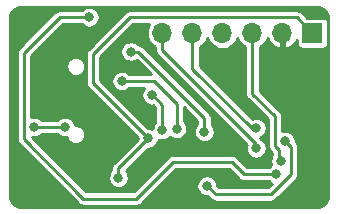
<source format=gbr>
G04 #@! TF.GenerationSoftware,KiCad,Pcbnew,(5.1.4-0-10_14)*
G04 #@! TF.CreationDate,2020-04-01T19:03:20+03:00*
G04 #@! TF.ProjectId,esp32-programmer,65737033-322d-4707-926f-6772616d6d65,rev?*
G04 #@! TF.SameCoordinates,Original*
G04 #@! TF.FileFunction,Copper,L2,Bot*
G04 #@! TF.FilePolarity,Positive*
%FSLAX46Y46*%
G04 Gerber Fmt 4.6, Leading zero omitted, Abs format (unit mm)*
G04 Created by KiCad (PCBNEW (5.1.4-0-10_14)) date 2020-04-01 19:03:20*
%MOMM*%
%LPD*%
G04 APERTURE LIST*
%ADD10R,1.700000X1.700000*%
%ADD11O,1.700000X1.700000*%
%ADD12C,0.800000*%
%ADD13C,0.250000*%
%ADD14C,0.254000*%
G04 APERTURE END LIST*
D10*
X79450000Y-95400000D03*
D11*
X76910000Y-95400000D03*
X74370000Y-95400000D03*
X71830000Y-95400000D03*
X69290000Y-95400000D03*
X66750000Y-95400000D03*
D12*
X69200000Y-103300000D03*
X76750000Y-106225000D03*
X65550000Y-104300000D03*
X63025000Y-107625000D03*
X58500000Y-103350000D03*
X55900000Y-103350000D03*
X74700000Y-103450000D03*
X74700000Y-105150000D03*
X64050000Y-96950000D03*
X70300000Y-103750000D03*
X76375000Y-107350000D03*
X60550000Y-94050000D03*
X70500000Y-108300000D03*
X77150000Y-104550000D03*
X66750000Y-103600000D03*
X65850000Y-100650000D03*
X63300000Y-99450000D03*
X67950000Y-103500000D03*
D13*
X76650000Y-106125000D02*
X76750000Y-106225000D01*
X76650000Y-105275000D02*
X76650000Y-106125000D01*
X76300000Y-104925000D02*
X76650000Y-105275000D01*
X76300000Y-102450000D02*
X76300000Y-104925000D01*
X74370000Y-100520000D02*
X76300000Y-102450000D01*
X74370000Y-95400000D02*
X74370000Y-100520000D01*
X78100000Y-94050000D02*
X79450000Y-95400000D01*
X64000000Y-94050000D02*
X78100000Y-94050000D01*
X65550000Y-104300000D02*
X60900000Y-99650000D01*
X60900000Y-97150000D02*
X64000000Y-94050000D01*
X60900000Y-99650000D02*
X60900000Y-97150000D01*
X63025000Y-106825000D02*
X63025000Y-107625000D01*
X65550000Y-104300000D02*
X63025000Y-106825000D01*
X57934315Y-103350000D02*
X55900000Y-103350000D01*
X58500000Y-103350000D02*
X57934315Y-103350000D01*
X69290000Y-98390000D02*
X69290000Y-95400000D01*
X74350000Y-103450000D02*
X69290000Y-98390000D01*
X74700000Y-103450000D02*
X74350000Y-103450000D01*
X74700000Y-105150000D02*
X74700000Y-104800000D01*
X66750000Y-96850000D02*
X66750000Y-95400000D01*
X74700000Y-104800000D02*
X66750000Y-96850000D01*
X70300000Y-102550000D02*
X64700000Y-96950000D01*
X70300000Y-103750000D02*
X70300000Y-102550000D01*
X64700000Y-96950000D02*
X64050000Y-96950000D01*
X73650000Y-107350000D02*
X76375000Y-107350000D01*
X72600000Y-106300000D02*
X73650000Y-107350000D01*
X67650000Y-106300000D02*
X72600000Y-106300000D01*
X64550000Y-109400000D02*
X67650000Y-106300000D01*
X55000000Y-104350000D02*
X60050000Y-109400000D01*
X60050000Y-109400000D02*
X64550000Y-109400000D01*
X55000000Y-97100000D02*
X55000000Y-104350000D01*
X58050000Y-94050000D02*
X55000000Y-97100000D01*
X60550000Y-94050000D02*
X58050000Y-94050000D01*
X77650000Y-107350000D02*
X77650000Y-105050000D01*
X75950000Y-109050000D02*
X77650000Y-107350000D01*
X71250000Y-109050000D02*
X75950000Y-109050000D01*
X77650000Y-105050000D02*
X77150000Y-104550000D01*
X70500000Y-108300000D02*
X71250000Y-109050000D01*
X65850000Y-100650000D02*
X65850000Y-100650000D01*
X65950000Y-100650000D02*
X65850000Y-100650000D01*
X66750000Y-101450000D02*
X65950000Y-100650000D01*
X66750000Y-103600000D02*
X66750000Y-101450000D01*
X66025000Y-99450000D02*
X63300000Y-99450000D01*
X67950000Y-101375000D02*
X66025000Y-99450000D01*
X67950000Y-103500000D02*
X67950000Y-101375000D01*
D14*
G36*
X79993380Y-93173368D02*
G01*
X80179387Y-93229527D01*
X80350953Y-93320751D01*
X80501527Y-93443556D01*
X80625385Y-93593275D01*
X80717800Y-93764192D01*
X80775258Y-93949809D01*
X80798001Y-94166197D01*
X80798000Y-109125451D01*
X80776632Y-109343378D01*
X80720473Y-109529388D01*
X80629249Y-109700953D01*
X80506443Y-109851529D01*
X80356726Y-109975385D01*
X80185810Y-110067799D01*
X80000191Y-110125258D01*
X79783813Y-110148000D01*
X54824549Y-110148000D01*
X54606622Y-110126632D01*
X54420612Y-110070473D01*
X54249047Y-109979249D01*
X54098471Y-109856443D01*
X53974615Y-109706726D01*
X53882201Y-109535810D01*
X53824742Y-109350191D01*
X53802000Y-109133813D01*
X53802000Y-97100000D01*
X54395089Y-97100000D01*
X54398000Y-97129556D01*
X54398001Y-104320434D01*
X54395089Y-104350000D01*
X54406712Y-104468012D01*
X54441134Y-104581489D01*
X54497035Y-104686071D01*
X54509061Y-104700724D01*
X54572264Y-104777737D01*
X54595229Y-104796584D01*
X59603420Y-109804777D01*
X59622263Y-109827737D01*
X59645223Y-109846580D01*
X59645227Y-109846584D01*
X59693531Y-109886226D01*
X59713929Y-109902966D01*
X59818510Y-109958866D01*
X59931988Y-109993289D01*
X60020434Y-110002000D01*
X60020443Y-110002000D01*
X60049999Y-110004911D01*
X60079556Y-110002000D01*
X64520444Y-110002000D01*
X64550000Y-110004911D01*
X64579556Y-110002000D01*
X64579566Y-110002000D01*
X64668012Y-109993289D01*
X64781490Y-109958866D01*
X64886071Y-109902966D01*
X64977737Y-109827737D01*
X64996589Y-109804766D01*
X67899356Y-106902000D01*
X72350645Y-106902000D01*
X73203420Y-107754777D01*
X73222263Y-107777737D01*
X73245223Y-107796580D01*
X73245227Y-107796584D01*
X73245777Y-107797035D01*
X73313929Y-107852966D01*
X73418510Y-107908866D01*
X73531988Y-107943289D01*
X73620434Y-107952000D01*
X73620443Y-107952000D01*
X73649999Y-107954911D01*
X73679556Y-107952000D01*
X75736735Y-107952000D01*
X75815945Y-108031210D01*
X75959585Y-108127187D01*
X76003335Y-108145309D01*
X75700645Y-108448000D01*
X71499357Y-108448000D01*
X71377000Y-108325644D01*
X71377000Y-108213623D01*
X71343297Y-108044189D01*
X71277187Y-107884585D01*
X71181210Y-107740945D01*
X71059055Y-107618790D01*
X70915415Y-107522813D01*
X70755811Y-107456703D01*
X70586377Y-107423000D01*
X70413623Y-107423000D01*
X70244189Y-107456703D01*
X70084585Y-107522813D01*
X69940945Y-107618790D01*
X69818790Y-107740945D01*
X69722813Y-107884585D01*
X69656703Y-108044189D01*
X69623000Y-108213623D01*
X69623000Y-108386377D01*
X69656703Y-108555811D01*
X69722813Y-108715415D01*
X69818790Y-108859055D01*
X69940945Y-108981210D01*
X70084585Y-109077187D01*
X70244189Y-109143297D01*
X70413623Y-109177000D01*
X70525644Y-109177000D01*
X70803420Y-109454777D01*
X70822263Y-109477737D01*
X70845223Y-109496580D01*
X70845227Y-109496584D01*
X70892296Y-109535212D01*
X70913929Y-109552966D01*
X71018510Y-109608866D01*
X71131988Y-109643289D01*
X71220434Y-109652000D01*
X71220443Y-109652000D01*
X71249999Y-109654911D01*
X71279556Y-109652000D01*
X75920444Y-109652000D01*
X75950000Y-109654911D01*
X75979556Y-109652000D01*
X75979566Y-109652000D01*
X76068012Y-109643289D01*
X76181490Y-109608866D01*
X76286071Y-109552966D01*
X76377737Y-109477737D01*
X76396589Y-109454766D01*
X78054778Y-107796579D01*
X78077737Y-107777737D01*
X78096580Y-107754777D01*
X78096584Y-107754773D01*
X78152965Y-107686072D01*
X78152967Y-107686070D01*
X78208866Y-107581490D01*
X78243289Y-107468012D01*
X78252000Y-107379566D01*
X78252000Y-107379557D01*
X78254911Y-107350001D01*
X78252000Y-107320444D01*
X78252000Y-105079556D01*
X78254911Y-105050000D01*
X78252000Y-105020443D01*
X78252000Y-105020434D01*
X78243289Y-104931988D01*
X78208866Y-104818510D01*
X78152966Y-104713929D01*
X78077737Y-104622263D01*
X78054771Y-104603415D01*
X78027000Y-104575644D01*
X78027000Y-104463623D01*
X77993297Y-104294189D01*
X77927187Y-104134585D01*
X77831210Y-103990945D01*
X77709055Y-103868790D01*
X77565415Y-103772813D01*
X77405811Y-103706703D01*
X77236377Y-103673000D01*
X77063623Y-103673000D01*
X76902000Y-103705149D01*
X76902000Y-102479556D01*
X76904911Y-102449999D01*
X76902000Y-102420443D01*
X76902000Y-102420434D01*
X76893289Y-102331988D01*
X76858866Y-102218510D01*
X76802966Y-102113929D01*
X76754531Y-102054911D01*
X76746584Y-102045227D01*
X76746580Y-102045223D01*
X76727737Y-102022263D01*
X76704778Y-102003421D01*
X74972000Y-100270645D01*
X74972000Y-96582893D01*
X75110808Y-96508698D01*
X75312870Y-96342870D01*
X75478698Y-96140808D01*
X75601919Y-95910278D01*
X75642042Y-95778011D01*
X75714687Y-95976341D01*
X75850093Y-96198461D01*
X76026231Y-96389896D01*
X76236332Y-96543290D01*
X76472321Y-96652748D01*
X76577928Y-96684779D01*
X76783000Y-96601054D01*
X76783000Y-95527000D01*
X76763000Y-95527000D01*
X76763000Y-95273000D01*
X76783000Y-95273000D01*
X76783000Y-95253000D01*
X77037000Y-95253000D01*
X77037000Y-95273000D01*
X77057000Y-95273000D01*
X77057000Y-95527000D01*
X77037000Y-95527000D01*
X77037000Y-96601054D01*
X77242072Y-96684779D01*
X77347679Y-96652748D01*
X77583668Y-96543290D01*
X77793769Y-96389896D01*
X77969907Y-96198461D01*
X78105313Y-95976341D01*
X78120693Y-95934352D01*
X78120693Y-96250000D01*
X78129903Y-96343508D01*
X78157178Y-96433423D01*
X78201471Y-96516289D01*
X78261079Y-96588921D01*
X78333711Y-96648529D01*
X78416577Y-96692822D01*
X78506492Y-96720097D01*
X78600000Y-96729307D01*
X80300000Y-96729307D01*
X80393508Y-96720097D01*
X80483423Y-96692822D01*
X80566289Y-96648529D01*
X80638921Y-96588921D01*
X80698529Y-96516289D01*
X80742822Y-96433423D01*
X80770097Y-96343508D01*
X80779307Y-96250000D01*
X80779307Y-94550000D01*
X80770097Y-94456492D01*
X80742822Y-94366577D01*
X80698529Y-94283711D01*
X80638921Y-94211079D01*
X80566289Y-94151471D01*
X80483423Y-94107178D01*
X80393508Y-94079903D01*
X80300000Y-94070693D01*
X78972049Y-94070693D01*
X78546589Y-93645234D01*
X78527737Y-93622263D01*
X78436071Y-93547034D01*
X78331490Y-93491134D01*
X78218012Y-93456711D01*
X78129566Y-93448000D01*
X78129556Y-93448000D01*
X78100000Y-93445089D01*
X78070444Y-93448000D01*
X64029556Y-93448000D01*
X63999999Y-93445089D01*
X63970443Y-93448000D01*
X63970434Y-93448000D01*
X63881988Y-93456711D01*
X63768510Y-93491134D01*
X63663929Y-93547034D01*
X63572263Y-93622263D01*
X63553416Y-93645228D01*
X60495229Y-96703416D01*
X60472264Y-96722263D01*
X60453417Y-96745228D01*
X60453416Y-96745229D01*
X60397035Y-96813929D01*
X60341134Y-96918511D01*
X60306712Y-97031988D01*
X60295089Y-97150000D01*
X60298001Y-97179566D01*
X60298000Y-99620443D01*
X60295089Y-99650000D01*
X60298000Y-99679556D01*
X60298000Y-99679565D01*
X60306711Y-99768011D01*
X60341134Y-99881489D01*
X60397034Y-99986070D01*
X60472263Y-100077737D01*
X60495234Y-100096589D01*
X64673000Y-104274357D01*
X64673000Y-104325643D01*
X62620234Y-106378411D01*
X62597263Y-106397263D01*
X62522034Y-106488930D01*
X62466134Y-106593511D01*
X62431711Y-106706989D01*
X62423000Y-106795435D01*
X62423000Y-106795444D01*
X62420089Y-106825000D01*
X62423000Y-106854556D01*
X62423000Y-106986735D01*
X62343790Y-107065945D01*
X62247813Y-107209585D01*
X62181703Y-107369189D01*
X62148000Y-107538623D01*
X62148000Y-107711377D01*
X62181703Y-107880811D01*
X62247813Y-108040415D01*
X62343790Y-108184055D01*
X62465945Y-108306210D01*
X62609585Y-108402187D01*
X62769189Y-108468297D01*
X62938623Y-108502000D01*
X63111377Y-108502000D01*
X63280811Y-108468297D01*
X63440415Y-108402187D01*
X63584055Y-108306210D01*
X63706210Y-108184055D01*
X63802187Y-108040415D01*
X63868297Y-107880811D01*
X63902000Y-107711377D01*
X63902000Y-107538623D01*
X63868297Y-107369189D01*
X63802187Y-107209585D01*
X63706210Y-107065945D01*
X63670810Y-107030545D01*
X65524357Y-105177000D01*
X65636377Y-105177000D01*
X65805811Y-105143297D01*
X65965415Y-105077187D01*
X66109055Y-104981210D01*
X66231210Y-104859055D01*
X66327187Y-104715415D01*
X66393297Y-104555811D01*
X66421654Y-104413252D01*
X66494189Y-104443297D01*
X66663623Y-104477000D01*
X66836377Y-104477000D01*
X67005811Y-104443297D01*
X67165415Y-104377187D01*
X67309055Y-104281210D01*
X67401801Y-104188464D01*
X67534585Y-104277187D01*
X67694189Y-104343297D01*
X67863623Y-104377000D01*
X68036377Y-104377000D01*
X68205811Y-104343297D01*
X68365415Y-104277187D01*
X68509055Y-104181210D01*
X68631210Y-104059055D01*
X68727187Y-103915415D01*
X68793297Y-103755811D01*
X68827000Y-103586377D01*
X68827000Y-103413623D01*
X68793297Y-103244189D01*
X68727187Y-103084585D01*
X68631210Y-102940945D01*
X68552000Y-102861735D01*
X68552000Y-101653356D01*
X69698001Y-102799357D01*
X69698001Y-103111734D01*
X69618790Y-103190945D01*
X69522813Y-103334585D01*
X69456703Y-103494189D01*
X69423000Y-103663623D01*
X69423000Y-103836377D01*
X69456703Y-104005811D01*
X69522813Y-104165415D01*
X69618790Y-104309055D01*
X69740945Y-104431210D01*
X69884585Y-104527187D01*
X70044189Y-104593297D01*
X70213623Y-104627000D01*
X70386377Y-104627000D01*
X70555811Y-104593297D01*
X70715415Y-104527187D01*
X70859055Y-104431210D01*
X70981210Y-104309055D01*
X71077187Y-104165415D01*
X71143297Y-104005811D01*
X71177000Y-103836377D01*
X71177000Y-103663623D01*
X71143297Y-103494189D01*
X71077187Y-103334585D01*
X70981210Y-103190945D01*
X70902000Y-103111735D01*
X70902000Y-102579556D01*
X70904911Y-102550000D01*
X70902000Y-102520443D01*
X70902000Y-102520434D01*
X70893289Y-102431988D01*
X70858866Y-102318510D01*
X70802966Y-102213929D01*
X70727737Y-102122263D01*
X70704772Y-102103416D01*
X65146589Y-96545234D01*
X65127737Y-96522263D01*
X65036071Y-96447034D01*
X64931490Y-96391134D01*
X64818012Y-96356711D01*
X64729566Y-96348000D01*
X64729556Y-96348000D01*
X64700000Y-96345089D01*
X64686667Y-96346402D01*
X64609055Y-96268790D01*
X64465415Y-96172813D01*
X64305811Y-96106703D01*
X64136377Y-96073000D01*
X63963623Y-96073000D01*
X63794189Y-96106703D01*
X63634585Y-96172813D01*
X63490945Y-96268790D01*
X63368790Y-96390945D01*
X63272813Y-96534585D01*
X63206703Y-96694189D01*
X63173000Y-96863623D01*
X63173000Y-97036377D01*
X63206703Y-97205811D01*
X63272813Y-97365415D01*
X63368790Y-97509055D01*
X63490945Y-97631210D01*
X63634585Y-97727187D01*
X63794189Y-97793297D01*
X63963623Y-97827000D01*
X64136377Y-97827000D01*
X64305811Y-97793297D01*
X64465415Y-97727187D01*
X64561578Y-97662933D01*
X65746645Y-98848000D01*
X63938265Y-98848000D01*
X63859055Y-98768790D01*
X63715415Y-98672813D01*
X63555811Y-98606703D01*
X63386377Y-98573000D01*
X63213623Y-98573000D01*
X63044189Y-98606703D01*
X62884585Y-98672813D01*
X62740945Y-98768790D01*
X62618790Y-98890945D01*
X62522813Y-99034585D01*
X62456703Y-99194189D01*
X62423000Y-99363623D01*
X62423000Y-99536377D01*
X62456703Y-99705811D01*
X62522813Y-99865415D01*
X62618790Y-100009055D01*
X62740945Y-100131210D01*
X62884585Y-100227187D01*
X63044189Y-100293297D01*
X63213623Y-100327000D01*
X63386377Y-100327000D01*
X63555811Y-100293297D01*
X63715415Y-100227187D01*
X63859055Y-100131210D01*
X63938265Y-100052000D01*
X65207735Y-100052000D01*
X65168790Y-100090945D01*
X65072813Y-100234585D01*
X65006703Y-100394189D01*
X64973000Y-100563623D01*
X64973000Y-100736377D01*
X65006703Y-100905811D01*
X65072813Y-101065415D01*
X65168790Y-101209055D01*
X65290945Y-101331210D01*
X65434585Y-101427187D01*
X65594189Y-101493297D01*
X65763623Y-101527000D01*
X65936377Y-101527000D01*
X65969129Y-101520485D01*
X66148001Y-101699357D01*
X66148000Y-102961735D01*
X66068790Y-103040945D01*
X65972813Y-103184585D01*
X65906703Y-103344189D01*
X65878346Y-103486748D01*
X65805811Y-103456703D01*
X65636377Y-103423000D01*
X65524357Y-103423000D01*
X61502000Y-99400645D01*
X61502000Y-97399355D01*
X64249356Y-94652000D01*
X65647204Y-94652000D01*
X65641302Y-94659192D01*
X65518081Y-94889722D01*
X65442201Y-95139863D01*
X65416580Y-95400000D01*
X65442201Y-95660137D01*
X65518081Y-95910278D01*
X65641302Y-96140808D01*
X65807130Y-96342870D01*
X66009192Y-96508698D01*
X66148000Y-96582893D01*
X66148000Y-96820443D01*
X66145089Y-96850000D01*
X66148000Y-96879556D01*
X66148000Y-96879565D01*
X66156711Y-96968011D01*
X66191134Y-97081489D01*
X66247034Y-97186070D01*
X66322263Y-97277737D01*
X66345234Y-97296589D01*
X73881930Y-104833286D01*
X73856703Y-104894189D01*
X73823000Y-105063623D01*
X73823000Y-105236377D01*
X73856703Y-105405811D01*
X73922813Y-105565415D01*
X74018790Y-105709055D01*
X74140945Y-105831210D01*
X74284585Y-105927187D01*
X74444189Y-105993297D01*
X74613623Y-106027000D01*
X74786377Y-106027000D01*
X74955811Y-105993297D01*
X75115415Y-105927187D01*
X75259055Y-105831210D01*
X75381210Y-105709055D01*
X75477187Y-105565415D01*
X75543297Y-105405811D01*
X75577000Y-105236377D01*
X75577000Y-105063623D01*
X75543297Y-104894189D01*
X75477187Y-104734585D01*
X75381210Y-104590945D01*
X75259055Y-104468790D01*
X75143697Y-104391711D01*
X75127737Y-104372263D01*
X75104772Y-104353416D01*
X75018632Y-104267276D01*
X75115415Y-104227187D01*
X75259055Y-104131210D01*
X75381210Y-104009055D01*
X75477187Y-103865415D01*
X75543297Y-103705811D01*
X75577000Y-103536377D01*
X75577000Y-103363623D01*
X75543297Y-103194189D01*
X75477187Y-103034585D01*
X75381210Y-102890945D01*
X75259055Y-102768790D01*
X75115415Y-102672813D01*
X74955811Y-102606703D01*
X74786377Y-102573000D01*
X74613623Y-102573000D01*
X74444189Y-102606703D01*
X74383286Y-102631930D01*
X69892000Y-98140645D01*
X69892000Y-96582893D01*
X70030808Y-96508698D01*
X70232870Y-96342870D01*
X70398698Y-96140808D01*
X70521919Y-95910278D01*
X70560000Y-95784743D01*
X70598081Y-95910278D01*
X70721302Y-96140808D01*
X70887130Y-96342870D01*
X71089192Y-96508698D01*
X71319722Y-96631919D01*
X71569863Y-96707799D01*
X71764816Y-96727000D01*
X71895184Y-96727000D01*
X72090137Y-96707799D01*
X72340278Y-96631919D01*
X72570808Y-96508698D01*
X72772870Y-96342870D01*
X72938698Y-96140808D01*
X73061919Y-95910278D01*
X73100000Y-95784743D01*
X73138081Y-95910278D01*
X73261302Y-96140808D01*
X73427130Y-96342870D01*
X73629192Y-96508698D01*
X73768000Y-96582893D01*
X73768001Y-100490434D01*
X73765089Y-100520000D01*
X73776712Y-100638012D01*
X73811134Y-100751489D01*
X73845688Y-100816134D01*
X73867035Y-100856071D01*
X73942264Y-100947737D01*
X73965229Y-100966584D01*
X75698000Y-102699357D01*
X75698001Y-104895434D01*
X75695089Y-104925000D01*
X75706712Y-105043012D01*
X75741134Y-105156489D01*
X75781074Y-105231210D01*
X75797035Y-105261071D01*
X75872264Y-105352737D01*
X75895229Y-105371584D01*
X76048000Y-105524355D01*
X76048000Y-105697059D01*
X75972813Y-105809585D01*
X75906703Y-105969189D01*
X75873000Y-106138623D01*
X75873000Y-106311377D01*
X75906703Y-106480811D01*
X75948014Y-106580545D01*
X75815945Y-106668790D01*
X75736735Y-106748000D01*
X73899357Y-106748000D01*
X73046589Y-105895233D01*
X73027737Y-105872263D01*
X72936071Y-105797034D01*
X72831490Y-105741134D01*
X72718012Y-105706711D01*
X72629566Y-105698000D01*
X72629556Y-105698000D01*
X72600000Y-105695089D01*
X72570444Y-105698000D01*
X67679556Y-105698000D01*
X67649999Y-105695089D01*
X67620443Y-105698000D01*
X67620434Y-105698000D01*
X67531988Y-105706711D01*
X67418510Y-105741134D01*
X67313929Y-105797034D01*
X67222263Y-105872263D01*
X67203416Y-105895228D01*
X64300645Y-108798000D01*
X60299357Y-108798000D01*
X55707182Y-104205827D01*
X55813623Y-104227000D01*
X55986377Y-104227000D01*
X56155811Y-104193297D01*
X56315415Y-104127187D01*
X56459055Y-104031210D01*
X56538265Y-103952000D01*
X57861735Y-103952000D01*
X57940945Y-104031210D01*
X58084585Y-104127187D01*
X58244189Y-104193297D01*
X58413623Y-104227000D01*
X58586377Y-104227000D01*
X58641258Y-104216083D01*
X58642820Y-104223935D01*
X58703276Y-104369890D01*
X58791046Y-104501245D01*
X58902755Y-104612954D01*
X59034110Y-104700724D01*
X59180065Y-104761180D01*
X59335010Y-104792000D01*
X59492990Y-104792000D01*
X59647935Y-104761180D01*
X59793890Y-104700724D01*
X59925245Y-104612954D01*
X60036954Y-104501245D01*
X60124724Y-104369890D01*
X60185180Y-104223935D01*
X60216000Y-104068990D01*
X60216000Y-103911010D01*
X60185180Y-103756065D01*
X60124724Y-103610110D01*
X60036954Y-103478755D01*
X59925245Y-103367046D01*
X59793890Y-103279276D01*
X59647935Y-103218820D01*
X59492990Y-103188000D01*
X59361957Y-103188000D01*
X59343297Y-103094189D01*
X59277187Y-102934585D01*
X59181210Y-102790945D01*
X59059055Y-102668790D01*
X58915415Y-102572813D01*
X58755811Y-102506703D01*
X58586377Y-102473000D01*
X58413623Y-102473000D01*
X58244189Y-102506703D01*
X58084585Y-102572813D01*
X57940945Y-102668790D01*
X57861735Y-102748000D01*
X56538265Y-102748000D01*
X56459055Y-102668790D01*
X56315415Y-102572813D01*
X56155811Y-102506703D01*
X55986377Y-102473000D01*
X55813623Y-102473000D01*
X55644189Y-102506703D01*
X55602000Y-102524178D01*
X55602000Y-98131010D01*
X58612000Y-98131010D01*
X58612000Y-98288990D01*
X58642820Y-98443935D01*
X58703276Y-98589890D01*
X58791046Y-98721245D01*
X58902755Y-98832954D01*
X59034110Y-98920724D01*
X59180065Y-98981180D01*
X59335010Y-99012000D01*
X59492990Y-99012000D01*
X59647935Y-98981180D01*
X59793890Y-98920724D01*
X59925245Y-98832954D01*
X60036954Y-98721245D01*
X60124724Y-98589890D01*
X60185180Y-98443935D01*
X60216000Y-98288990D01*
X60216000Y-98131010D01*
X60185180Y-97976065D01*
X60124724Y-97830110D01*
X60036954Y-97698755D01*
X59925245Y-97587046D01*
X59793890Y-97499276D01*
X59647935Y-97438820D01*
X59492990Y-97408000D01*
X59335010Y-97408000D01*
X59180065Y-97438820D01*
X59034110Y-97499276D01*
X58902755Y-97587046D01*
X58791046Y-97698755D01*
X58703276Y-97830110D01*
X58642820Y-97976065D01*
X58612000Y-98131010D01*
X55602000Y-98131010D01*
X55602000Y-97349355D01*
X58299357Y-94652000D01*
X59911735Y-94652000D01*
X59990945Y-94731210D01*
X60134585Y-94827187D01*
X60294189Y-94893297D01*
X60463623Y-94927000D01*
X60636377Y-94927000D01*
X60805811Y-94893297D01*
X60965415Y-94827187D01*
X61109055Y-94731210D01*
X61231210Y-94609055D01*
X61327187Y-94465415D01*
X61393297Y-94305811D01*
X61427000Y-94136377D01*
X61427000Y-93963623D01*
X61393297Y-93794189D01*
X61327187Y-93634585D01*
X61231210Y-93490945D01*
X61109055Y-93368790D01*
X60965415Y-93272813D01*
X60805811Y-93206703D01*
X60636377Y-93173000D01*
X60463623Y-93173000D01*
X60294189Y-93206703D01*
X60134585Y-93272813D01*
X59990945Y-93368790D01*
X59911735Y-93448000D01*
X58079556Y-93448000D01*
X58049999Y-93445089D01*
X58020443Y-93448000D01*
X58020434Y-93448000D01*
X57931988Y-93456711D01*
X57818510Y-93491134D01*
X57713929Y-93547034D01*
X57703507Y-93555587D01*
X57645227Y-93603416D01*
X57645223Y-93603420D01*
X57622263Y-93622263D01*
X57603420Y-93645223D01*
X54595234Y-96653411D01*
X54572263Y-96672263D01*
X54497034Y-96763930D01*
X54441134Y-96868511D01*
X54406711Y-96981989D01*
X54398000Y-97070435D01*
X54398000Y-97070444D01*
X54395089Y-97100000D01*
X53802000Y-97100000D01*
X53802000Y-94174549D01*
X53823368Y-93956620D01*
X53879527Y-93770613D01*
X53970751Y-93599047D01*
X54093556Y-93448473D01*
X54243275Y-93324615D01*
X54414192Y-93232200D01*
X54599809Y-93174742D01*
X54816188Y-93152000D01*
X79775451Y-93152000D01*
X79993380Y-93173368D01*
X79993380Y-93173368D01*
G37*
X79993380Y-93173368D02*
X80179387Y-93229527D01*
X80350953Y-93320751D01*
X80501527Y-93443556D01*
X80625385Y-93593275D01*
X80717800Y-93764192D01*
X80775258Y-93949809D01*
X80798001Y-94166197D01*
X80798000Y-109125451D01*
X80776632Y-109343378D01*
X80720473Y-109529388D01*
X80629249Y-109700953D01*
X80506443Y-109851529D01*
X80356726Y-109975385D01*
X80185810Y-110067799D01*
X80000191Y-110125258D01*
X79783813Y-110148000D01*
X54824549Y-110148000D01*
X54606622Y-110126632D01*
X54420612Y-110070473D01*
X54249047Y-109979249D01*
X54098471Y-109856443D01*
X53974615Y-109706726D01*
X53882201Y-109535810D01*
X53824742Y-109350191D01*
X53802000Y-109133813D01*
X53802000Y-97100000D01*
X54395089Y-97100000D01*
X54398000Y-97129556D01*
X54398001Y-104320434D01*
X54395089Y-104350000D01*
X54406712Y-104468012D01*
X54441134Y-104581489D01*
X54497035Y-104686071D01*
X54509061Y-104700724D01*
X54572264Y-104777737D01*
X54595229Y-104796584D01*
X59603420Y-109804777D01*
X59622263Y-109827737D01*
X59645223Y-109846580D01*
X59645227Y-109846584D01*
X59693531Y-109886226D01*
X59713929Y-109902966D01*
X59818510Y-109958866D01*
X59931988Y-109993289D01*
X60020434Y-110002000D01*
X60020443Y-110002000D01*
X60049999Y-110004911D01*
X60079556Y-110002000D01*
X64520444Y-110002000D01*
X64550000Y-110004911D01*
X64579556Y-110002000D01*
X64579566Y-110002000D01*
X64668012Y-109993289D01*
X64781490Y-109958866D01*
X64886071Y-109902966D01*
X64977737Y-109827737D01*
X64996589Y-109804766D01*
X67899356Y-106902000D01*
X72350645Y-106902000D01*
X73203420Y-107754777D01*
X73222263Y-107777737D01*
X73245223Y-107796580D01*
X73245227Y-107796584D01*
X73245777Y-107797035D01*
X73313929Y-107852966D01*
X73418510Y-107908866D01*
X73531988Y-107943289D01*
X73620434Y-107952000D01*
X73620443Y-107952000D01*
X73649999Y-107954911D01*
X73679556Y-107952000D01*
X75736735Y-107952000D01*
X75815945Y-108031210D01*
X75959585Y-108127187D01*
X76003335Y-108145309D01*
X75700645Y-108448000D01*
X71499357Y-108448000D01*
X71377000Y-108325644D01*
X71377000Y-108213623D01*
X71343297Y-108044189D01*
X71277187Y-107884585D01*
X71181210Y-107740945D01*
X71059055Y-107618790D01*
X70915415Y-107522813D01*
X70755811Y-107456703D01*
X70586377Y-107423000D01*
X70413623Y-107423000D01*
X70244189Y-107456703D01*
X70084585Y-107522813D01*
X69940945Y-107618790D01*
X69818790Y-107740945D01*
X69722813Y-107884585D01*
X69656703Y-108044189D01*
X69623000Y-108213623D01*
X69623000Y-108386377D01*
X69656703Y-108555811D01*
X69722813Y-108715415D01*
X69818790Y-108859055D01*
X69940945Y-108981210D01*
X70084585Y-109077187D01*
X70244189Y-109143297D01*
X70413623Y-109177000D01*
X70525644Y-109177000D01*
X70803420Y-109454777D01*
X70822263Y-109477737D01*
X70845223Y-109496580D01*
X70845227Y-109496584D01*
X70892296Y-109535212D01*
X70913929Y-109552966D01*
X71018510Y-109608866D01*
X71131988Y-109643289D01*
X71220434Y-109652000D01*
X71220443Y-109652000D01*
X71249999Y-109654911D01*
X71279556Y-109652000D01*
X75920444Y-109652000D01*
X75950000Y-109654911D01*
X75979556Y-109652000D01*
X75979566Y-109652000D01*
X76068012Y-109643289D01*
X76181490Y-109608866D01*
X76286071Y-109552966D01*
X76377737Y-109477737D01*
X76396589Y-109454766D01*
X78054778Y-107796579D01*
X78077737Y-107777737D01*
X78096580Y-107754777D01*
X78096584Y-107754773D01*
X78152965Y-107686072D01*
X78152967Y-107686070D01*
X78208866Y-107581490D01*
X78243289Y-107468012D01*
X78252000Y-107379566D01*
X78252000Y-107379557D01*
X78254911Y-107350001D01*
X78252000Y-107320444D01*
X78252000Y-105079556D01*
X78254911Y-105050000D01*
X78252000Y-105020443D01*
X78252000Y-105020434D01*
X78243289Y-104931988D01*
X78208866Y-104818510D01*
X78152966Y-104713929D01*
X78077737Y-104622263D01*
X78054771Y-104603415D01*
X78027000Y-104575644D01*
X78027000Y-104463623D01*
X77993297Y-104294189D01*
X77927187Y-104134585D01*
X77831210Y-103990945D01*
X77709055Y-103868790D01*
X77565415Y-103772813D01*
X77405811Y-103706703D01*
X77236377Y-103673000D01*
X77063623Y-103673000D01*
X76902000Y-103705149D01*
X76902000Y-102479556D01*
X76904911Y-102449999D01*
X76902000Y-102420443D01*
X76902000Y-102420434D01*
X76893289Y-102331988D01*
X76858866Y-102218510D01*
X76802966Y-102113929D01*
X76754531Y-102054911D01*
X76746584Y-102045227D01*
X76746580Y-102045223D01*
X76727737Y-102022263D01*
X76704778Y-102003421D01*
X74972000Y-100270645D01*
X74972000Y-96582893D01*
X75110808Y-96508698D01*
X75312870Y-96342870D01*
X75478698Y-96140808D01*
X75601919Y-95910278D01*
X75642042Y-95778011D01*
X75714687Y-95976341D01*
X75850093Y-96198461D01*
X76026231Y-96389896D01*
X76236332Y-96543290D01*
X76472321Y-96652748D01*
X76577928Y-96684779D01*
X76783000Y-96601054D01*
X76783000Y-95527000D01*
X76763000Y-95527000D01*
X76763000Y-95273000D01*
X76783000Y-95273000D01*
X76783000Y-95253000D01*
X77037000Y-95253000D01*
X77037000Y-95273000D01*
X77057000Y-95273000D01*
X77057000Y-95527000D01*
X77037000Y-95527000D01*
X77037000Y-96601054D01*
X77242072Y-96684779D01*
X77347679Y-96652748D01*
X77583668Y-96543290D01*
X77793769Y-96389896D01*
X77969907Y-96198461D01*
X78105313Y-95976341D01*
X78120693Y-95934352D01*
X78120693Y-96250000D01*
X78129903Y-96343508D01*
X78157178Y-96433423D01*
X78201471Y-96516289D01*
X78261079Y-96588921D01*
X78333711Y-96648529D01*
X78416577Y-96692822D01*
X78506492Y-96720097D01*
X78600000Y-96729307D01*
X80300000Y-96729307D01*
X80393508Y-96720097D01*
X80483423Y-96692822D01*
X80566289Y-96648529D01*
X80638921Y-96588921D01*
X80698529Y-96516289D01*
X80742822Y-96433423D01*
X80770097Y-96343508D01*
X80779307Y-96250000D01*
X80779307Y-94550000D01*
X80770097Y-94456492D01*
X80742822Y-94366577D01*
X80698529Y-94283711D01*
X80638921Y-94211079D01*
X80566289Y-94151471D01*
X80483423Y-94107178D01*
X80393508Y-94079903D01*
X80300000Y-94070693D01*
X78972049Y-94070693D01*
X78546589Y-93645234D01*
X78527737Y-93622263D01*
X78436071Y-93547034D01*
X78331490Y-93491134D01*
X78218012Y-93456711D01*
X78129566Y-93448000D01*
X78129556Y-93448000D01*
X78100000Y-93445089D01*
X78070444Y-93448000D01*
X64029556Y-93448000D01*
X63999999Y-93445089D01*
X63970443Y-93448000D01*
X63970434Y-93448000D01*
X63881988Y-93456711D01*
X63768510Y-93491134D01*
X63663929Y-93547034D01*
X63572263Y-93622263D01*
X63553416Y-93645228D01*
X60495229Y-96703416D01*
X60472264Y-96722263D01*
X60453417Y-96745228D01*
X60453416Y-96745229D01*
X60397035Y-96813929D01*
X60341134Y-96918511D01*
X60306712Y-97031988D01*
X60295089Y-97150000D01*
X60298001Y-97179566D01*
X60298000Y-99620443D01*
X60295089Y-99650000D01*
X60298000Y-99679556D01*
X60298000Y-99679565D01*
X60306711Y-99768011D01*
X60341134Y-99881489D01*
X60397034Y-99986070D01*
X60472263Y-100077737D01*
X60495234Y-100096589D01*
X64673000Y-104274357D01*
X64673000Y-104325643D01*
X62620234Y-106378411D01*
X62597263Y-106397263D01*
X62522034Y-106488930D01*
X62466134Y-106593511D01*
X62431711Y-106706989D01*
X62423000Y-106795435D01*
X62423000Y-106795444D01*
X62420089Y-106825000D01*
X62423000Y-106854556D01*
X62423000Y-106986735D01*
X62343790Y-107065945D01*
X62247813Y-107209585D01*
X62181703Y-107369189D01*
X62148000Y-107538623D01*
X62148000Y-107711377D01*
X62181703Y-107880811D01*
X62247813Y-108040415D01*
X62343790Y-108184055D01*
X62465945Y-108306210D01*
X62609585Y-108402187D01*
X62769189Y-108468297D01*
X62938623Y-108502000D01*
X63111377Y-108502000D01*
X63280811Y-108468297D01*
X63440415Y-108402187D01*
X63584055Y-108306210D01*
X63706210Y-108184055D01*
X63802187Y-108040415D01*
X63868297Y-107880811D01*
X63902000Y-107711377D01*
X63902000Y-107538623D01*
X63868297Y-107369189D01*
X63802187Y-107209585D01*
X63706210Y-107065945D01*
X63670810Y-107030545D01*
X65524357Y-105177000D01*
X65636377Y-105177000D01*
X65805811Y-105143297D01*
X65965415Y-105077187D01*
X66109055Y-104981210D01*
X66231210Y-104859055D01*
X66327187Y-104715415D01*
X66393297Y-104555811D01*
X66421654Y-104413252D01*
X66494189Y-104443297D01*
X66663623Y-104477000D01*
X66836377Y-104477000D01*
X67005811Y-104443297D01*
X67165415Y-104377187D01*
X67309055Y-104281210D01*
X67401801Y-104188464D01*
X67534585Y-104277187D01*
X67694189Y-104343297D01*
X67863623Y-104377000D01*
X68036377Y-104377000D01*
X68205811Y-104343297D01*
X68365415Y-104277187D01*
X68509055Y-104181210D01*
X68631210Y-104059055D01*
X68727187Y-103915415D01*
X68793297Y-103755811D01*
X68827000Y-103586377D01*
X68827000Y-103413623D01*
X68793297Y-103244189D01*
X68727187Y-103084585D01*
X68631210Y-102940945D01*
X68552000Y-102861735D01*
X68552000Y-101653356D01*
X69698001Y-102799357D01*
X69698001Y-103111734D01*
X69618790Y-103190945D01*
X69522813Y-103334585D01*
X69456703Y-103494189D01*
X69423000Y-103663623D01*
X69423000Y-103836377D01*
X69456703Y-104005811D01*
X69522813Y-104165415D01*
X69618790Y-104309055D01*
X69740945Y-104431210D01*
X69884585Y-104527187D01*
X70044189Y-104593297D01*
X70213623Y-104627000D01*
X70386377Y-104627000D01*
X70555811Y-104593297D01*
X70715415Y-104527187D01*
X70859055Y-104431210D01*
X70981210Y-104309055D01*
X71077187Y-104165415D01*
X71143297Y-104005811D01*
X71177000Y-103836377D01*
X71177000Y-103663623D01*
X71143297Y-103494189D01*
X71077187Y-103334585D01*
X70981210Y-103190945D01*
X70902000Y-103111735D01*
X70902000Y-102579556D01*
X70904911Y-102550000D01*
X70902000Y-102520443D01*
X70902000Y-102520434D01*
X70893289Y-102431988D01*
X70858866Y-102318510D01*
X70802966Y-102213929D01*
X70727737Y-102122263D01*
X70704772Y-102103416D01*
X65146589Y-96545234D01*
X65127737Y-96522263D01*
X65036071Y-96447034D01*
X64931490Y-96391134D01*
X64818012Y-96356711D01*
X64729566Y-96348000D01*
X64729556Y-96348000D01*
X64700000Y-96345089D01*
X64686667Y-96346402D01*
X64609055Y-96268790D01*
X64465415Y-96172813D01*
X64305811Y-96106703D01*
X64136377Y-96073000D01*
X63963623Y-96073000D01*
X63794189Y-96106703D01*
X63634585Y-96172813D01*
X63490945Y-96268790D01*
X63368790Y-96390945D01*
X63272813Y-96534585D01*
X63206703Y-96694189D01*
X63173000Y-96863623D01*
X63173000Y-97036377D01*
X63206703Y-97205811D01*
X63272813Y-97365415D01*
X63368790Y-97509055D01*
X63490945Y-97631210D01*
X63634585Y-97727187D01*
X63794189Y-97793297D01*
X63963623Y-97827000D01*
X64136377Y-97827000D01*
X64305811Y-97793297D01*
X64465415Y-97727187D01*
X64561578Y-97662933D01*
X65746645Y-98848000D01*
X63938265Y-98848000D01*
X63859055Y-98768790D01*
X63715415Y-98672813D01*
X63555811Y-98606703D01*
X63386377Y-98573000D01*
X63213623Y-98573000D01*
X63044189Y-98606703D01*
X62884585Y-98672813D01*
X62740945Y-98768790D01*
X62618790Y-98890945D01*
X62522813Y-99034585D01*
X62456703Y-99194189D01*
X62423000Y-99363623D01*
X62423000Y-99536377D01*
X62456703Y-99705811D01*
X62522813Y-99865415D01*
X62618790Y-100009055D01*
X62740945Y-100131210D01*
X62884585Y-100227187D01*
X63044189Y-100293297D01*
X63213623Y-100327000D01*
X63386377Y-100327000D01*
X63555811Y-100293297D01*
X63715415Y-100227187D01*
X63859055Y-100131210D01*
X63938265Y-100052000D01*
X65207735Y-100052000D01*
X65168790Y-100090945D01*
X65072813Y-100234585D01*
X65006703Y-100394189D01*
X64973000Y-100563623D01*
X64973000Y-100736377D01*
X65006703Y-100905811D01*
X65072813Y-101065415D01*
X65168790Y-101209055D01*
X65290945Y-101331210D01*
X65434585Y-101427187D01*
X65594189Y-101493297D01*
X65763623Y-101527000D01*
X65936377Y-101527000D01*
X65969129Y-101520485D01*
X66148001Y-101699357D01*
X66148000Y-102961735D01*
X66068790Y-103040945D01*
X65972813Y-103184585D01*
X65906703Y-103344189D01*
X65878346Y-103486748D01*
X65805811Y-103456703D01*
X65636377Y-103423000D01*
X65524357Y-103423000D01*
X61502000Y-99400645D01*
X61502000Y-97399355D01*
X64249356Y-94652000D01*
X65647204Y-94652000D01*
X65641302Y-94659192D01*
X65518081Y-94889722D01*
X65442201Y-95139863D01*
X65416580Y-95400000D01*
X65442201Y-95660137D01*
X65518081Y-95910278D01*
X65641302Y-96140808D01*
X65807130Y-96342870D01*
X66009192Y-96508698D01*
X66148000Y-96582893D01*
X66148000Y-96820443D01*
X66145089Y-96850000D01*
X66148000Y-96879556D01*
X66148000Y-96879565D01*
X66156711Y-96968011D01*
X66191134Y-97081489D01*
X66247034Y-97186070D01*
X66322263Y-97277737D01*
X66345234Y-97296589D01*
X73881930Y-104833286D01*
X73856703Y-104894189D01*
X73823000Y-105063623D01*
X73823000Y-105236377D01*
X73856703Y-105405811D01*
X73922813Y-105565415D01*
X74018790Y-105709055D01*
X74140945Y-105831210D01*
X74284585Y-105927187D01*
X74444189Y-105993297D01*
X74613623Y-106027000D01*
X74786377Y-106027000D01*
X74955811Y-105993297D01*
X75115415Y-105927187D01*
X75259055Y-105831210D01*
X75381210Y-105709055D01*
X75477187Y-105565415D01*
X75543297Y-105405811D01*
X75577000Y-105236377D01*
X75577000Y-105063623D01*
X75543297Y-104894189D01*
X75477187Y-104734585D01*
X75381210Y-104590945D01*
X75259055Y-104468790D01*
X75143697Y-104391711D01*
X75127737Y-104372263D01*
X75104772Y-104353416D01*
X75018632Y-104267276D01*
X75115415Y-104227187D01*
X75259055Y-104131210D01*
X75381210Y-104009055D01*
X75477187Y-103865415D01*
X75543297Y-103705811D01*
X75577000Y-103536377D01*
X75577000Y-103363623D01*
X75543297Y-103194189D01*
X75477187Y-103034585D01*
X75381210Y-102890945D01*
X75259055Y-102768790D01*
X75115415Y-102672813D01*
X74955811Y-102606703D01*
X74786377Y-102573000D01*
X74613623Y-102573000D01*
X74444189Y-102606703D01*
X74383286Y-102631930D01*
X69892000Y-98140645D01*
X69892000Y-96582893D01*
X70030808Y-96508698D01*
X70232870Y-96342870D01*
X70398698Y-96140808D01*
X70521919Y-95910278D01*
X70560000Y-95784743D01*
X70598081Y-95910278D01*
X70721302Y-96140808D01*
X70887130Y-96342870D01*
X71089192Y-96508698D01*
X71319722Y-96631919D01*
X71569863Y-96707799D01*
X71764816Y-96727000D01*
X71895184Y-96727000D01*
X72090137Y-96707799D01*
X72340278Y-96631919D01*
X72570808Y-96508698D01*
X72772870Y-96342870D01*
X72938698Y-96140808D01*
X73061919Y-95910278D01*
X73100000Y-95784743D01*
X73138081Y-95910278D01*
X73261302Y-96140808D01*
X73427130Y-96342870D01*
X73629192Y-96508698D01*
X73768000Y-96582893D01*
X73768001Y-100490434D01*
X73765089Y-100520000D01*
X73776712Y-100638012D01*
X73811134Y-100751489D01*
X73845688Y-100816134D01*
X73867035Y-100856071D01*
X73942264Y-100947737D01*
X73965229Y-100966584D01*
X75698000Y-102699357D01*
X75698001Y-104895434D01*
X75695089Y-104925000D01*
X75706712Y-105043012D01*
X75741134Y-105156489D01*
X75781074Y-105231210D01*
X75797035Y-105261071D01*
X75872264Y-105352737D01*
X75895229Y-105371584D01*
X76048000Y-105524355D01*
X76048000Y-105697059D01*
X75972813Y-105809585D01*
X75906703Y-105969189D01*
X75873000Y-106138623D01*
X75873000Y-106311377D01*
X75906703Y-106480811D01*
X75948014Y-106580545D01*
X75815945Y-106668790D01*
X75736735Y-106748000D01*
X73899357Y-106748000D01*
X73046589Y-105895233D01*
X73027737Y-105872263D01*
X72936071Y-105797034D01*
X72831490Y-105741134D01*
X72718012Y-105706711D01*
X72629566Y-105698000D01*
X72629556Y-105698000D01*
X72600000Y-105695089D01*
X72570444Y-105698000D01*
X67679556Y-105698000D01*
X67649999Y-105695089D01*
X67620443Y-105698000D01*
X67620434Y-105698000D01*
X67531988Y-105706711D01*
X67418510Y-105741134D01*
X67313929Y-105797034D01*
X67222263Y-105872263D01*
X67203416Y-105895228D01*
X64300645Y-108798000D01*
X60299357Y-108798000D01*
X55707182Y-104205827D01*
X55813623Y-104227000D01*
X55986377Y-104227000D01*
X56155811Y-104193297D01*
X56315415Y-104127187D01*
X56459055Y-104031210D01*
X56538265Y-103952000D01*
X57861735Y-103952000D01*
X57940945Y-104031210D01*
X58084585Y-104127187D01*
X58244189Y-104193297D01*
X58413623Y-104227000D01*
X58586377Y-104227000D01*
X58641258Y-104216083D01*
X58642820Y-104223935D01*
X58703276Y-104369890D01*
X58791046Y-104501245D01*
X58902755Y-104612954D01*
X59034110Y-104700724D01*
X59180065Y-104761180D01*
X59335010Y-104792000D01*
X59492990Y-104792000D01*
X59647935Y-104761180D01*
X59793890Y-104700724D01*
X59925245Y-104612954D01*
X60036954Y-104501245D01*
X60124724Y-104369890D01*
X60185180Y-104223935D01*
X60216000Y-104068990D01*
X60216000Y-103911010D01*
X60185180Y-103756065D01*
X60124724Y-103610110D01*
X60036954Y-103478755D01*
X59925245Y-103367046D01*
X59793890Y-103279276D01*
X59647935Y-103218820D01*
X59492990Y-103188000D01*
X59361957Y-103188000D01*
X59343297Y-103094189D01*
X59277187Y-102934585D01*
X59181210Y-102790945D01*
X59059055Y-102668790D01*
X58915415Y-102572813D01*
X58755811Y-102506703D01*
X58586377Y-102473000D01*
X58413623Y-102473000D01*
X58244189Y-102506703D01*
X58084585Y-102572813D01*
X57940945Y-102668790D01*
X57861735Y-102748000D01*
X56538265Y-102748000D01*
X56459055Y-102668790D01*
X56315415Y-102572813D01*
X56155811Y-102506703D01*
X55986377Y-102473000D01*
X55813623Y-102473000D01*
X55644189Y-102506703D01*
X55602000Y-102524178D01*
X55602000Y-98131010D01*
X58612000Y-98131010D01*
X58612000Y-98288990D01*
X58642820Y-98443935D01*
X58703276Y-98589890D01*
X58791046Y-98721245D01*
X58902755Y-98832954D01*
X59034110Y-98920724D01*
X59180065Y-98981180D01*
X59335010Y-99012000D01*
X59492990Y-99012000D01*
X59647935Y-98981180D01*
X59793890Y-98920724D01*
X59925245Y-98832954D01*
X60036954Y-98721245D01*
X60124724Y-98589890D01*
X60185180Y-98443935D01*
X60216000Y-98288990D01*
X60216000Y-98131010D01*
X60185180Y-97976065D01*
X60124724Y-97830110D01*
X60036954Y-97698755D01*
X59925245Y-97587046D01*
X59793890Y-97499276D01*
X59647935Y-97438820D01*
X59492990Y-97408000D01*
X59335010Y-97408000D01*
X59180065Y-97438820D01*
X59034110Y-97499276D01*
X58902755Y-97587046D01*
X58791046Y-97698755D01*
X58703276Y-97830110D01*
X58642820Y-97976065D01*
X58612000Y-98131010D01*
X55602000Y-98131010D01*
X55602000Y-97349355D01*
X58299357Y-94652000D01*
X59911735Y-94652000D01*
X59990945Y-94731210D01*
X60134585Y-94827187D01*
X60294189Y-94893297D01*
X60463623Y-94927000D01*
X60636377Y-94927000D01*
X60805811Y-94893297D01*
X60965415Y-94827187D01*
X61109055Y-94731210D01*
X61231210Y-94609055D01*
X61327187Y-94465415D01*
X61393297Y-94305811D01*
X61427000Y-94136377D01*
X61427000Y-93963623D01*
X61393297Y-93794189D01*
X61327187Y-93634585D01*
X61231210Y-93490945D01*
X61109055Y-93368790D01*
X60965415Y-93272813D01*
X60805811Y-93206703D01*
X60636377Y-93173000D01*
X60463623Y-93173000D01*
X60294189Y-93206703D01*
X60134585Y-93272813D01*
X59990945Y-93368790D01*
X59911735Y-93448000D01*
X58079556Y-93448000D01*
X58049999Y-93445089D01*
X58020443Y-93448000D01*
X58020434Y-93448000D01*
X57931988Y-93456711D01*
X57818510Y-93491134D01*
X57713929Y-93547034D01*
X57703507Y-93555587D01*
X57645227Y-93603416D01*
X57645223Y-93603420D01*
X57622263Y-93622263D01*
X57603420Y-93645223D01*
X54595234Y-96653411D01*
X54572263Y-96672263D01*
X54497034Y-96763930D01*
X54441134Y-96868511D01*
X54406711Y-96981989D01*
X54398000Y-97070435D01*
X54398000Y-97070444D01*
X54395089Y-97100000D01*
X53802000Y-97100000D01*
X53802000Y-94174549D01*
X53823368Y-93956620D01*
X53879527Y-93770613D01*
X53970751Y-93599047D01*
X54093556Y-93448473D01*
X54243275Y-93324615D01*
X54414192Y-93232200D01*
X54599809Y-93174742D01*
X54816188Y-93152000D01*
X79775451Y-93152000D01*
X79993380Y-93173368D01*
M02*

</source>
